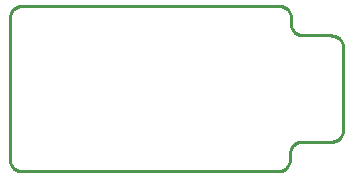
<source format=gbr>
G04 EAGLE Gerber RS-274X export*
G75*
%MOMM*%
%FSLAX34Y34*%
%LPD*%
%IN*%
%IPPOS*%
%AMOC8*
5,1,8,0,0,1.08239X$1,22.5*%
G01*
%ADD10C,0.254000*%


D10*
X1000Y10000D02*
X1038Y9128D01*
X1152Y8264D01*
X1341Y7412D01*
X1603Y6580D01*
X1937Y5774D01*
X2340Y5000D01*
X2808Y4264D01*
X3340Y3572D01*
X3929Y2929D01*
X4572Y2340D01*
X5264Y1808D01*
X6000Y1340D01*
X6774Y937D01*
X7580Y603D01*
X8412Y341D01*
X9264Y152D01*
X10128Y38D01*
X11000Y0D01*
X228000Y0D01*
X228872Y38D01*
X229736Y152D01*
X230588Y341D01*
X231420Y603D01*
X232226Y937D01*
X233000Y1340D01*
X233736Y1808D01*
X234428Y2340D01*
X235071Y2929D01*
X235660Y3572D01*
X236192Y4264D01*
X236660Y5000D01*
X237063Y5774D01*
X237397Y6580D01*
X237659Y7412D01*
X237848Y8264D01*
X237962Y9128D01*
X238000Y10000D01*
X238000Y15000D01*
X238038Y15872D01*
X238152Y16736D01*
X238341Y17588D01*
X238603Y18420D01*
X238937Y19226D01*
X239340Y20000D01*
X239808Y20736D01*
X240340Y21428D01*
X240929Y22071D01*
X241572Y22660D01*
X242264Y23192D01*
X243000Y23660D01*
X243774Y24063D01*
X244580Y24397D01*
X245412Y24659D01*
X246264Y24848D01*
X247128Y24962D01*
X248000Y25000D01*
X273000Y25000D01*
X273872Y25038D01*
X274736Y25152D01*
X275588Y25341D01*
X276420Y25603D01*
X277226Y25937D01*
X278000Y26340D01*
X278736Y26808D01*
X279428Y27340D01*
X280071Y27929D01*
X280660Y28572D01*
X281192Y29264D01*
X281660Y30000D01*
X282063Y30774D01*
X282397Y31580D01*
X282659Y32412D01*
X282848Y33264D01*
X282962Y34128D01*
X283000Y35000D01*
X283000Y105000D01*
X282962Y105872D01*
X282848Y106736D01*
X282659Y107588D01*
X282397Y108420D01*
X282063Y109226D01*
X281660Y110000D01*
X281192Y110736D01*
X280660Y111428D01*
X280071Y112071D01*
X279428Y112660D01*
X278736Y113192D01*
X278000Y113660D01*
X277226Y114063D01*
X276420Y114397D01*
X275588Y114659D01*
X274736Y114848D01*
X273872Y114962D01*
X273000Y115000D01*
X249000Y115000D01*
X248128Y115038D01*
X247264Y115152D01*
X246412Y115341D01*
X245580Y115603D01*
X244774Y115937D01*
X244000Y116340D01*
X243264Y116808D01*
X242572Y117340D01*
X241929Y117929D01*
X241340Y118572D01*
X240808Y119264D01*
X240340Y120000D01*
X239937Y120774D01*
X239603Y121580D01*
X239341Y122412D01*
X239152Y123264D01*
X239038Y124128D01*
X239000Y125000D01*
X239000Y130000D01*
X238962Y130872D01*
X238848Y131736D01*
X238659Y132588D01*
X238397Y133420D01*
X238063Y134226D01*
X237660Y135000D01*
X237192Y135736D01*
X236660Y136428D01*
X236071Y137071D01*
X235428Y137660D01*
X234736Y138192D01*
X234000Y138660D01*
X233226Y139063D01*
X232420Y139397D01*
X231588Y139659D01*
X230736Y139848D01*
X229872Y139962D01*
X229000Y140000D01*
X11000Y140000D01*
X10128Y139962D01*
X9264Y139848D01*
X8412Y139659D01*
X7580Y139397D01*
X6774Y139063D01*
X6000Y138660D01*
X5264Y138192D01*
X4572Y137660D01*
X3929Y137071D01*
X3340Y136428D01*
X2808Y135736D01*
X2340Y135000D01*
X1937Y134226D01*
X1603Y133420D01*
X1341Y132588D01*
X1152Y131736D01*
X1038Y130872D01*
X1000Y130000D01*
X1000Y10000D01*
M02*

</source>
